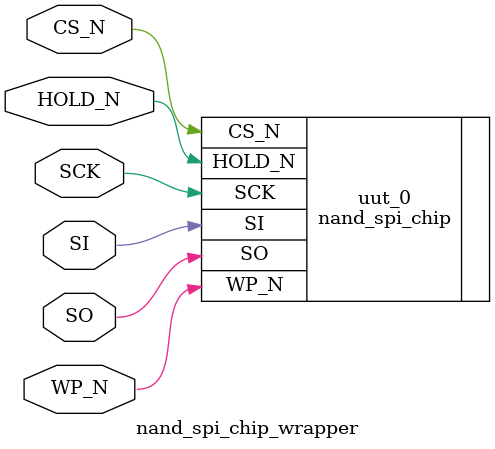
<source format=v>
/*******************************************************************************
*
* Confidential:  This file and all files delivered herewith are Micron Confidential Information.
*
*    File Name:  nand_die_model.V
*        Model:  BUS Functional
*    Simulator:  ModelSim
* Dependencies:  nand_parameters.vh
*
*        Email:  modelsupport@micron.com
*      Company:  Micron Technology, Inc.
*  Part Number:  MT29F
*
*  Description:  Micron NAND Verilog Model
*
*   Limitation:
*
*         Note:  This model does not model bit errors on read or write.
                 This model is a superset of all supported Micron NAND devices.
                 The model is configured for a particular device's parameters 
                 and features by the required include file, nand_parameters.vh.
*
*   Disclaimer:  THESE DESIGNS ARE PROVIDED "AS IS" WITH NO WARRANTY
*                WHATSOEVER AND MICRON SPECIFICALLY DISCLAIMS ANY
*                IMPLIED WARRANTIES OF MERCHANTABILITY, FITNESS FOR
*                A PARTICULAR PURPOSE, OR AGAINST INFRINGEMENT.
*
*                Copyright © 2012 Micron Semiconductor Products, Inc.
*                All rights reserved
*
*   1.00 yhliu  6/2/15:Initial version.

*                        
*******************************************************************************/

`timescale 1ns/1ps

module nand_spi_chip_wrapper(
	inout SI,
	input SCK,
	input CS_N,
	inout HOLD_N,
	inout WP_N,
	inout SO
	);

`ifdef D_4Gb
	nand_spi_chip #(.mds(2'b10)) uut_0  (.SI(SI), .SCK(SCK), .CS_N(CS_N), .HOLD_N(HOLD_N), .WP_N(WP_N), .SO(SO));
	nand_spi_chip #(.mds(2'b11)) uut_1  (.SI(SI), .SCK(SCK), .CS_N(CS_N), .HOLD_N(HOLD_N), .WP_N(WP_N), .SO(SO));
`else
	nand_spi_chip #(.mds(2'b00)) uut_0  (.SI(SI), .SCK(SCK), .CS_N(CS_N), .HOLD_N(HOLD_N), .WP_N(WP_N), .SO(SO));
`endif 

endmodule

</source>
